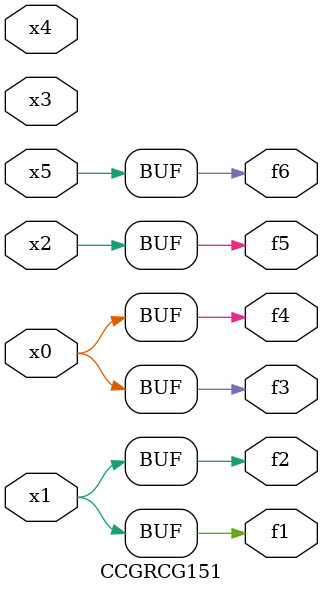
<source format=v>
module CCGRCG151(
	input x0, x1, x2, x3, x4, x5,
	output f1, f2, f3, f4, f5, f6
);
	assign f1 = x1;
	assign f2 = x1;
	assign f3 = x0;
	assign f4 = x0;
	assign f5 = x2;
	assign f6 = x5;
endmodule

</source>
